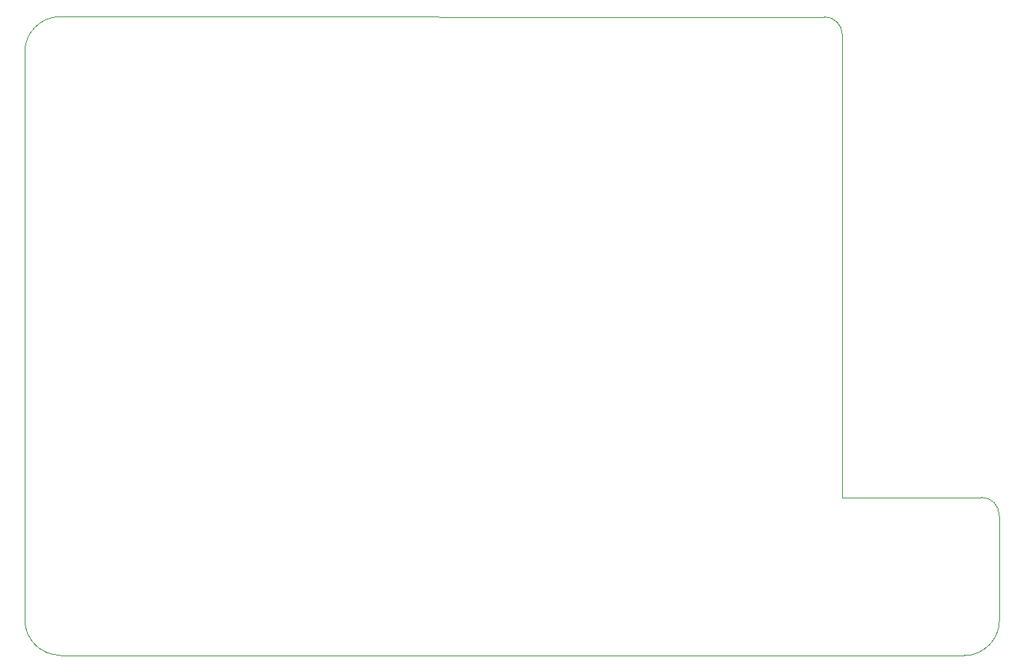
<source format=gm1>
G04 #@! TF.GenerationSoftware,KiCad,Pcbnew,7.0.8*
G04 #@! TF.CreationDate,2023-10-30T19:17:05-05:00*
G04 #@! TF.ProjectId,DiffGPS_Hardware,44696666-4750-4535-9f48-617264776172,rev?*
G04 #@! TF.SameCoordinates,Original*
G04 #@! TF.FileFunction,Profile,NP*
%FSLAX46Y46*%
G04 Gerber Fmt 4.6, Leading zero omitted, Abs format (unit mm)*
G04 Created by KiCad (PCBNEW 7.0.8) date 2023-10-30 19:17:05*
%MOMM*%
%LPD*%
G01*
G04 APERTURE LIST*
G04 #@! TA.AperFunction,Profile*
%ADD10C,0.100000*%
G04 #@! TD*
G04 APERTURE END LIST*
D10*
X136271000Y-42037000D02*
X49786779Y-42011492D01*
X156049375Y-98449984D02*
G75*
G03*
X154050000Y-96400000I-1999375J49984D01*
G01*
X45836800Y-110250000D02*
G75*
G03*
X49850000Y-114263200I4013200J0D01*
G01*
X134416800Y-114300000D02*
X49850000Y-114263200D01*
X138300000Y-96400000D02*
X138303000Y-44069000D01*
X152062500Y-114300000D02*
G75*
G03*
X156075700Y-110286800I0J4013200D01*
G01*
X49786779Y-42011493D02*
G75*
G03*
X45836802Y-46140400I50021J-4001707D01*
G01*
X138303000Y-44069000D02*
G75*
G03*
X136271000Y-42037000I-2032000J0D01*
G01*
X156075700Y-110286800D02*
X156049375Y-98449984D01*
X134416800Y-114300000D02*
X152062500Y-114300000D01*
X45836800Y-46140400D02*
X45836800Y-110250000D01*
X154050000Y-96400000D02*
X138300000Y-96400000D01*
M02*

</source>
